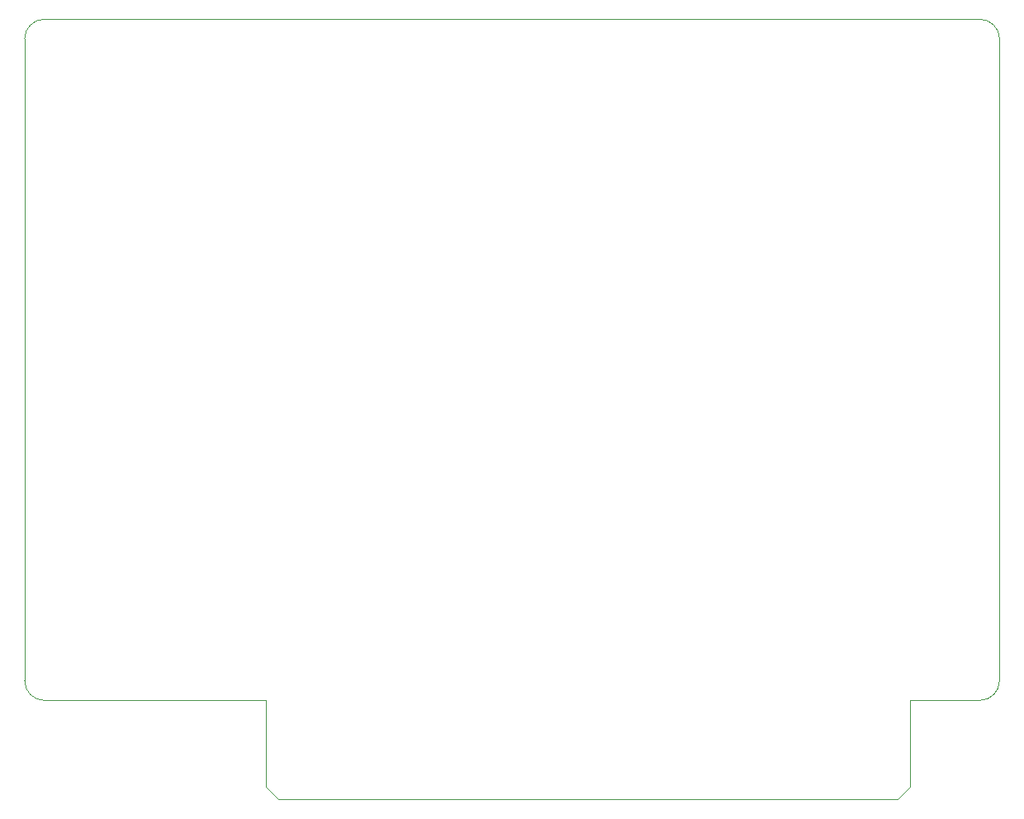
<source format=gbr>
%TF.GenerationSoftware,KiCad,Pcbnew,(5.1.7-0-10_14)*%
%TF.CreationDate,2021-03-20T21:17:23-05:00*%
%TF.ProjectId,Apple_II_Breakout,4170706c-655f-4494-995f-427265616b6f,rev?*%
%TF.SameCoordinates,Original*%
%TF.FileFunction,Profile,NP*%
%FSLAX46Y46*%
G04 Gerber Fmt 4.6, Leading zero omitted, Abs format (unit mm)*
G04 Created by KiCad (PCBNEW (5.1.7-0-10_14)) date 2021-03-20 21:17:23*
%MOMM*%
%LPD*%
G01*
G04 APERTURE LIST*
%TA.AperFunction,Profile*%
%ADD10C,0.050000*%
%TD*%
G04 APERTURE END LIST*
D10*
X107238800Y-114459000D02*
G75*
G03*
X109238800Y-116459000I2000000J0D01*
G01*
X205187800Y-116459000D02*
G75*
G03*
X207187800Y-114459000I0J2000000D01*
G01*
X207187800Y-48621700D02*
G75*
G03*
X205187800Y-46621700I-2000000J0D01*
G01*
X107238800Y-48621700D02*
G75*
G02*
X109238800Y-46621700I2000000J0D01*
G01*
X131953000Y-116459000D02*
X109238800Y-116459000D01*
X107238800Y-48621700D02*
X107238800Y-114459000D01*
X205187800Y-46621700D02*
X109238800Y-46621700D01*
X207187800Y-114459000D02*
X207187800Y-48621700D01*
X197980300Y-116459000D02*
X205187800Y-116459000D01*
X197980300Y-125336300D02*
X197980300Y-116459000D01*
X196710300Y-126606300D02*
X197980300Y-125336300D01*
X133223000Y-126606300D02*
X196710300Y-126606300D01*
X131953000Y-125349000D02*
X133223000Y-126606300D01*
X131953000Y-116459000D02*
X131953000Y-125349000D01*
M02*

</source>
